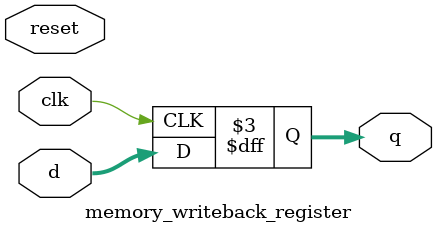
<source format=v>
`timescale 1ns/1ps

module memory_writeback_register (
    input wire clk,
    input wire reset,
    input wire [162:0] d,
    output reg [162:0] q
);

    initial begin
        q = 163'b0;
    end

    always @(posedge clk) begin
        q <= d;
    end
    
endmodule

</source>
